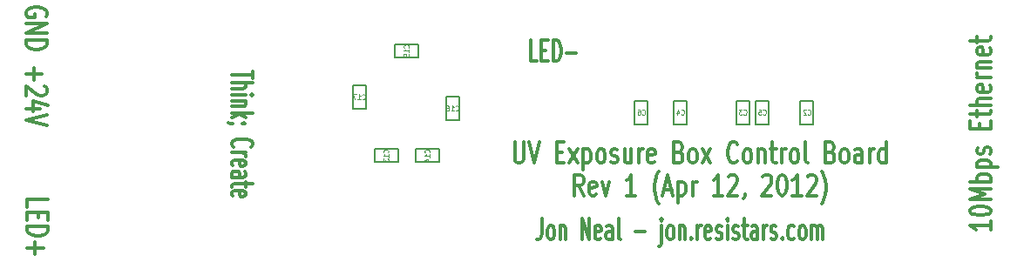
<source format=gbo>
G04 (created by PCBNEW-RS274X (2012-jan-04)-stable) date Fri 13 Apr 2012 11:09:43 PM EDT*
G01*
G70*
G90*
%MOIN*%
G04 Gerber Fmt 3.4, Leading zero omitted, Abs format*
%FSLAX34Y34*%
G04 APERTURE LIST*
%ADD10C,0.006000*%
%ADD11C,0.012000*%
%ADD12C,0.005000*%
%ADD13C,0.004500*%
G04 APERTURE END LIST*
G54D10*
G54D11*
X09876Y-13893D02*
X09876Y-13607D01*
X10676Y-13607D01*
X10295Y-14093D02*
X10295Y-14293D01*
X09876Y-14379D02*
X09876Y-14093D01*
X10676Y-14093D01*
X10676Y-14379D01*
X09876Y-14636D02*
X10676Y-14636D01*
X10676Y-14779D01*
X10638Y-14864D01*
X10562Y-14922D01*
X10486Y-14950D01*
X10333Y-14979D01*
X10219Y-14979D01*
X10067Y-14950D01*
X09990Y-14922D01*
X09914Y-14864D01*
X09876Y-14779D01*
X09876Y-14636D01*
X10181Y-15236D02*
X10181Y-15693D01*
X09876Y-15464D02*
X10486Y-15464D01*
X29379Y-08304D02*
X29141Y-08304D01*
X29141Y-07504D01*
X29546Y-07885D02*
X29713Y-07885D01*
X29784Y-08304D02*
X29546Y-08304D01*
X29546Y-07504D01*
X29784Y-07504D01*
X29998Y-08304D02*
X29998Y-07504D01*
X30117Y-07504D01*
X30189Y-07542D01*
X30236Y-07618D01*
X30260Y-07694D01*
X30284Y-07847D01*
X30284Y-07961D01*
X30260Y-08113D01*
X30236Y-08190D01*
X30189Y-08266D01*
X30117Y-08304D01*
X29998Y-08304D01*
X30498Y-07999D02*
X30879Y-07999D01*
X18496Y-08682D02*
X18496Y-08967D01*
X17696Y-08824D02*
X18496Y-08824D01*
X17696Y-09134D02*
X18496Y-09134D01*
X17696Y-09348D02*
X18115Y-09348D01*
X18191Y-09325D01*
X18230Y-09277D01*
X18230Y-09205D01*
X18191Y-09158D01*
X18153Y-09134D01*
X17696Y-09586D02*
X18230Y-09586D01*
X18496Y-09586D02*
X18458Y-09562D01*
X18420Y-09586D01*
X18458Y-09610D01*
X18496Y-09586D01*
X18420Y-09586D01*
X18230Y-09824D02*
X17696Y-09824D01*
X18153Y-09824D02*
X18191Y-09848D01*
X18230Y-09895D01*
X18230Y-09967D01*
X18191Y-10015D01*
X18115Y-10038D01*
X17696Y-10038D01*
X17696Y-10276D02*
X18496Y-10276D01*
X18001Y-10324D02*
X17696Y-10467D01*
X18230Y-10467D02*
X17925Y-10276D01*
X17734Y-10705D02*
X17696Y-10705D01*
X17620Y-10681D01*
X17582Y-10657D01*
X18191Y-10681D02*
X18153Y-10705D01*
X18115Y-10681D01*
X18153Y-10657D01*
X18191Y-10681D01*
X18115Y-10681D01*
X17772Y-11586D02*
X17734Y-11562D01*
X17696Y-11491D01*
X17696Y-11443D01*
X17734Y-11371D01*
X17810Y-11324D01*
X17887Y-11300D01*
X18039Y-11276D01*
X18153Y-11276D01*
X18306Y-11300D01*
X18382Y-11324D01*
X18458Y-11371D01*
X18496Y-11443D01*
X18496Y-11491D01*
X18458Y-11562D01*
X18420Y-11586D01*
X17696Y-11800D02*
X18230Y-11800D01*
X18077Y-11800D02*
X18153Y-11824D01*
X18191Y-11848D01*
X18230Y-11895D01*
X18230Y-11943D01*
X17734Y-12301D02*
X17696Y-12253D01*
X17696Y-12158D01*
X17734Y-12110D01*
X17810Y-12086D01*
X18115Y-12086D01*
X18191Y-12110D01*
X18230Y-12158D01*
X18230Y-12253D01*
X18191Y-12301D01*
X18115Y-12324D01*
X18039Y-12324D01*
X17963Y-12086D01*
X17696Y-12753D02*
X18115Y-12753D01*
X18191Y-12730D01*
X18230Y-12682D01*
X18230Y-12587D01*
X18191Y-12539D01*
X17734Y-12753D02*
X17696Y-12706D01*
X17696Y-12587D01*
X17734Y-12539D01*
X17810Y-12515D01*
X17887Y-12515D01*
X17963Y-12539D01*
X18001Y-12587D01*
X18001Y-12706D01*
X18039Y-12753D01*
X18230Y-12920D02*
X18230Y-13110D01*
X18496Y-12991D02*
X17810Y-12991D01*
X17734Y-13015D01*
X17696Y-13062D01*
X17696Y-13110D01*
X17734Y-13468D02*
X17696Y-13420D01*
X17696Y-13325D01*
X17734Y-13277D01*
X17810Y-13253D01*
X18115Y-13253D01*
X18191Y-13277D01*
X18230Y-13325D01*
X18230Y-13420D01*
X18191Y-13468D01*
X18115Y-13491D01*
X18039Y-13491D01*
X17963Y-13253D01*
X28520Y-11404D02*
X28520Y-12051D01*
X28548Y-12128D01*
X28577Y-12166D01*
X28634Y-12204D01*
X28748Y-12204D01*
X28806Y-12166D01*
X28834Y-12128D01*
X28863Y-12051D01*
X28863Y-11404D01*
X29063Y-11404D02*
X29263Y-12204D01*
X29463Y-11404D01*
X30120Y-11785D02*
X30320Y-11785D01*
X30406Y-12204D02*
X30120Y-12204D01*
X30120Y-11404D01*
X30406Y-11404D01*
X30606Y-12204D02*
X30920Y-11670D01*
X30606Y-11670D02*
X30920Y-12204D01*
X31149Y-11670D02*
X31149Y-12470D01*
X31149Y-11709D02*
X31206Y-11670D01*
X31320Y-11670D01*
X31377Y-11709D01*
X31406Y-11747D01*
X31435Y-11823D01*
X31435Y-12051D01*
X31406Y-12128D01*
X31377Y-12166D01*
X31320Y-12204D01*
X31206Y-12204D01*
X31149Y-12166D01*
X31778Y-12204D02*
X31720Y-12166D01*
X31692Y-12128D01*
X31663Y-12051D01*
X31663Y-11823D01*
X31692Y-11747D01*
X31720Y-11709D01*
X31778Y-11670D01*
X31863Y-11670D01*
X31920Y-11709D01*
X31949Y-11747D01*
X31978Y-11823D01*
X31978Y-12051D01*
X31949Y-12128D01*
X31920Y-12166D01*
X31863Y-12204D01*
X31778Y-12204D01*
X32206Y-12166D02*
X32263Y-12204D01*
X32378Y-12204D01*
X32435Y-12166D01*
X32463Y-12090D01*
X32463Y-12051D01*
X32435Y-11975D01*
X32378Y-11937D01*
X32292Y-11937D01*
X32235Y-11899D01*
X32206Y-11823D01*
X32206Y-11785D01*
X32235Y-11709D01*
X32292Y-11670D01*
X32378Y-11670D01*
X32435Y-11709D01*
X32978Y-11670D02*
X32978Y-12204D01*
X32721Y-11670D02*
X32721Y-12090D01*
X32749Y-12166D01*
X32807Y-12204D01*
X32892Y-12204D01*
X32949Y-12166D01*
X32978Y-12128D01*
X33264Y-12204D02*
X33264Y-11670D01*
X33264Y-11823D02*
X33292Y-11747D01*
X33321Y-11709D01*
X33378Y-11670D01*
X33435Y-11670D01*
X33863Y-12166D02*
X33806Y-12204D01*
X33692Y-12204D01*
X33635Y-12166D01*
X33606Y-12090D01*
X33606Y-11785D01*
X33635Y-11709D01*
X33692Y-11670D01*
X33806Y-11670D01*
X33863Y-11709D01*
X33892Y-11785D01*
X33892Y-11861D01*
X33606Y-11937D01*
X34806Y-11785D02*
X34892Y-11823D01*
X34920Y-11861D01*
X34949Y-11937D01*
X34949Y-12051D01*
X34920Y-12128D01*
X34892Y-12166D01*
X34834Y-12204D01*
X34606Y-12204D01*
X34606Y-11404D01*
X34806Y-11404D01*
X34863Y-11442D01*
X34892Y-11480D01*
X34920Y-11556D01*
X34920Y-11632D01*
X34892Y-11709D01*
X34863Y-11747D01*
X34806Y-11785D01*
X34606Y-11785D01*
X35292Y-12204D02*
X35234Y-12166D01*
X35206Y-12128D01*
X35177Y-12051D01*
X35177Y-11823D01*
X35206Y-11747D01*
X35234Y-11709D01*
X35292Y-11670D01*
X35377Y-11670D01*
X35434Y-11709D01*
X35463Y-11747D01*
X35492Y-11823D01*
X35492Y-12051D01*
X35463Y-12128D01*
X35434Y-12166D01*
X35377Y-12204D01*
X35292Y-12204D01*
X35692Y-12204D02*
X36006Y-11670D01*
X35692Y-11670D02*
X36006Y-12204D01*
X37035Y-12128D02*
X37006Y-12166D01*
X36920Y-12204D01*
X36863Y-12204D01*
X36778Y-12166D01*
X36720Y-12090D01*
X36692Y-12013D01*
X36663Y-11861D01*
X36663Y-11747D01*
X36692Y-11594D01*
X36720Y-11518D01*
X36778Y-11442D01*
X36863Y-11404D01*
X36920Y-11404D01*
X37006Y-11442D01*
X37035Y-11480D01*
X37378Y-12204D02*
X37320Y-12166D01*
X37292Y-12128D01*
X37263Y-12051D01*
X37263Y-11823D01*
X37292Y-11747D01*
X37320Y-11709D01*
X37378Y-11670D01*
X37463Y-11670D01*
X37520Y-11709D01*
X37549Y-11747D01*
X37578Y-11823D01*
X37578Y-12051D01*
X37549Y-12128D01*
X37520Y-12166D01*
X37463Y-12204D01*
X37378Y-12204D01*
X37835Y-11670D02*
X37835Y-12204D01*
X37835Y-11747D02*
X37863Y-11709D01*
X37921Y-11670D01*
X38006Y-11670D01*
X38063Y-11709D01*
X38092Y-11785D01*
X38092Y-12204D01*
X38292Y-11670D02*
X38521Y-11670D01*
X38378Y-11404D02*
X38378Y-12090D01*
X38406Y-12166D01*
X38464Y-12204D01*
X38521Y-12204D01*
X38721Y-12204D02*
X38721Y-11670D01*
X38721Y-11823D02*
X38749Y-11747D01*
X38778Y-11709D01*
X38835Y-11670D01*
X38892Y-11670D01*
X39178Y-12204D02*
X39120Y-12166D01*
X39092Y-12128D01*
X39063Y-12051D01*
X39063Y-11823D01*
X39092Y-11747D01*
X39120Y-11709D01*
X39178Y-11670D01*
X39263Y-11670D01*
X39320Y-11709D01*
X39349Y-11747D01*
X39378Y-11823D01*
X39378Y-12051D01*
X39349Y-12128D01*
X39320Y-12166D01*
X39263Y-12204D01*
X39178Y-12204D01*
X39721Y-12204D02*
X39663Y-12166D01*
X39635Y-12090D01*
X39635Y-11404D01*
X40606Y-11785D02*
X40692Y-11823D01*
X40720Y-11861D01*
X40749Y-11937D01*
X40749Y-12051D01*
X40720Y-12128D01*
X40692Y-12166D01*
X40634Y-12204D01*
X40406Y-12204D01*
X40406Y-11404D01*
X40606Y-11404D01*
X40663Y-11442D01*
X40692Y-11480D01*
X40720Y-11556D01*
X40720Y-11632D01*
X40692Y-11709D01*
X40663Y-11747D01*
X40606Y-11785D01*
X40406Y-11785D01*
X41092Y-12204D02*
X41034Y-12166D01*
X41006Y-12128D01*
X40977Y-12051D01*
X40977Y-11823D01*
X41006Y-11747D01*
X41034Y-11709D01*
X41092Y-11670D01*
X41177Y-11670D01*
X41234Y-11709D01*
X41263Y-11747D01*
X41292Y-11823D01*
X41292Y-12051D01*
X41263Y-12128D01*
X41234Y-12166D01*
X41177Y-12204D01*
X41092Y-12204D01*
X41806Y-12204D02*
X41806Y-11785D01*
X41777Y-11709D01*
X41720Y-11670D01*
X41606Y-11670D01*
X41549Y-11709D01*
X41806Y-12166D02*
X41749Y-12204D01*
X41606Y-12204D01*
X41549Y-12166D01*
X41520Y-12090D01*
X41520Y-12013D01*
X41549Y-11937D01*
X41606Y-11899D01*
X41749Y-11899D01*
X41806Y-11861D01*
X42092Y-12204D02*
X42092Y-11670D01*
X42092Y-11823D02*
X42120Y-11747D01*
X42149Y-11709D01*
X42206Y-11670D01*
X42263Y-11670D01*
X42720Y-12204D02*
X42720Y-11404D01*
X42720Y-12166D02*
X42663Y-12204D01*
X42549Y-12204D01*
X42491Y-12166D01*
X42463Y-12128D01*
X42434Y-12051D01*
X42434Y-11823D01*
X42463Y-11747D01*
X42491Y-11709D01*
X42549Y-11670D01*
X42663Y-11670D01*
X42720Y-11709D01*
X31151Y-13444D02*
X30951Y-13063D01*
X30808Y-13444D02*
X30808Y-12644D01*
X31036Y-12644D01*
X31094Y-12682D01*
X31122Y-12720D01*
X31151Y-12796D01*
X31151Y-12910D01*
X31122Y-12987D01*
X31094Y-13025D01*
X31036Y-13063D01*
X30808Y-13063D01*
X31636Y-13406D02*
X31579Y-13444D01*
X31465Y-13444D01*
X31408Y-13406D01*
X31379Y-13330D01*
X31379Y-13025D01*
X31408Y-12949D01*
X31465Y-12910D01*
X31579Y-12910D01*
X31636Y-12949D01*
X31665Y-13025D01*
X31665Y-13101D01*
X31379Y-13177D01*
X31865Y-12910D02*
X32008Y-13444D01*
X32150Y-12910D01*
X33150Y-13444D02*
X32807Y-13444D01*
X32979Y-13444D02*
X32979Y-12644D01*
X32922Y-12758D01*
X32864Y-12834D01*
X32807Y-12872D01*
X34035Y-13749D02*
X34007Y-13710D01*
X33950Y-13596D01*
X33921Y-13520D01*
X33892Y-13406D01*
X33864Y-13215D01*
X33864Y-13063D01*
X33892Y-12872D01*
X33921Y-12758D01*
X33950Y-12682D01*
X34007Y-12568D01*
X34035Y-12530D01*
X34235Y-13215D02*
X34521Y-13215D01*
X34178Y-13444D02*
X34378Y-12644D01*
X34578Y-13444D01*
X34778Y-12910D02*
X34778Y-13710D01*
X34778Y-12949D02*
X34835Y-12910D01*
X34949Y-12910D01*
X35006Y-12949D01*
X35035Y-12987D01*
X35064Y-13063D01*
X35064Y-13291D01*
X35035Y-13368D01*
X35006Y-13406D01*
X34949Y-13444D01*
X34835Y-13444D01*
X34778Y-13406D01*
X35321Y-13444D02*
X35321Y-12910D01*
X35321Y-13063D02*
X35349Y-12987D01*
X35378Y-12949D01*
X35435Y-12910D01*
X35492Y-12910D01*
X36463Y-13444D02*
X36120Y-13444D01*
X36292Y-13444D02*
X36292Y-12644D01*
X36235Y-12758D01*
X36177Y-12834D01*
X36120Y-12872D01*
X36691Y-12720D02*
X36720Y-12682D01*
X36777Y-12644D01*
X36920Y-12644D01*
X36977Y-12682D01*
X37006Y-12720D01*
X37034Y-12796D01*
X37034Y-12872D01*
X37006Y-12987D01*
X36663Y-13444D01*
X37034Y-13444D01*
X37319Y-13406D02*
X37319Y-13444D01*
X37291Y-13520D01*
X37262Y-13558D01*
X38005Y-12720D02*
X38034Y-12682D01*
X38091Y-12644D01*
X38234Y-12644D01*
X38291Y-12682D01*
X38320Y-12720D01*
X38348Y-12796D01*
X38348Y-12872D01*
X38320Y-12987D01*
X37977Y-13444D01*
X38348Y-13444D01*
X38719Y-12644D02*
X38776Y-12644D01*
X38833Y-12682D01*
X38862Y-12720D01*
X38891Y-12796D01*
X38919Y-12949D01*
X38919Y-13139D01*
X38891Y-13291D01*
X38862Y-13368D01*
X38833Y-13406D01*
X38776Y-13444D01*
X38719Y-13444D01*
X38662Y-13406D01*
X38633Y-13368D01*
X38605Y-13291D01*
X38576Y-13139D01*
X38576Y-12949D01*
X38605Y-12796D01*
X38633Y-12720D01*
X38662Y-12682D01*
X38719Y-12644D01*
X39490Y-13444D02*
X39147Y-13444D01*
X39319Y-13444D02*
X39319Y-12644D01*
X39262Y-12758D01*
X39204Y-12834D01*
X39147Y-12872D01*
X39718Y-12720D02*
X39747Y-12682D01*
X39804Y-12644D01*
X39947Y-12644D01*
X40004Y-12682D01*
X40033Y-12720D01*
X40061Y-12796D01*
X40061Y-12872D01*
X40033Y-12987D01*
X39690Y-13444D01*
X40061Y-13444D01*
X40261Y-13749D02*
X40289Y-13710D01*
X40346Y-13596D01*
X40375Y-13520D01*
X40404Y-13406D01*
X40432Y-13215D01*
X40432Y-13063D01*
X40404Y-12872D01*
X40375Y-12758D01*
X40346Y-12682D01*
X40289Y-12568D01*
X40261Y-12530D01*
X29562Y-14334D02*
X29562Y-14905D01*
X29538Y-15020D01*
X29490Y-15096D01*
X29419Y-15134D01*
X29371Y-15134D01*
X29871Y-15134D02*
X29824Y-15096D01*
X29800Y-15058D01*
X29776Y-14981D01*
X29776Y-14753D01*
X29800Y-14677D01*
X29824Y-14639D01*
X29871Y-14600D01*
X29943Y-14600D01*
X29991Y-14639D01*
X30014Y-14677D01*
X30038Y-14753D01*
X30038Y-14981D01*
X30014Y-15058D01*
X29991Y-15096D01*
X29943Y-15134D01*
X29871Y-15134D01*
X30252Y-14600D02*
X30252Y-15134D01*
X30252Y-14677D02*
X30276Y-14639D01*
X30323Y-14600D01*
X30395Y-14600D01*
X30443Y-14639D01*
X30466Y-14715D01*
X30466Y-15134D01*
X31085Y-15134D02*
X31085Y-14334D01*
X31371Y-15134D01*
X31371Y-14334D01*
X31800Y-15096D02*
X31752Y-15134D01*
X31657Y-15134D01*
X31609Y-15096D01*
X31585Y-15020D01*
X31585Y-14715D01*
X31609Y-14639D01*
X31657Y-14600D01*
X31752Y-14600D01*
X31800Y-14639D01*
X31823Y-14715D01*
X31823Y-14791D01*
X31585Y-14867D01*
X32252Y-15134D02*
X32252Y-14715D01*
X32229Y-14639D01*
X32181Y-14600D01*
X32086Y-14600D01*
X32038Y-14639D01*
X32252Y-15096D02*
X32205Y-15134D01*
X32086Y-15134D01*
X32038Y-15096D01*
X32014Y-15020D01*
X32014Y-14943D01*
X32038Y-14867D01*
X32086Y-14829D01*
X32205Y-14829D01*
X32252Y-14791D01*
X32561Y-15134D02*
X32514Y-15096D01*
X32490Y-15020D01*
X32490Y-14334D01*
X33133Y-14829D02*
X33514Y-14829D01*
X34133Y-14600D02*
X34133Y-15286D01*
X34109Y-15362D01*
X34062Y-15400D01*
X34038Y-15400D01*
X34133Y-14334D02*
X34109Y-14372D01*
X34133Y-14410D01*
X34157Y-14372D01*
X34133Y-14334D01*
X34133Y-14410D01*
X34442Y-15134D02*
X34395Y-15096D01*
X34371Y-15058D01*
X34347Y-14981D01*
X34347Y-14753D01*
X34371Y-14677D01*
X34395Y-14639D01*
X34442Y-14600D01*
X34514Y-14600D01*
X34562Y-14639D01*
X34585Y-14677D01*
X34609Y-14753D01*
X34609Y-14981D01*
X34585Y-15058D01*
X34562Y-15096D01*
X34514Y-15134D01*
X34442Y-15134D01*
X34823Y-14600D02*
X34823Y-15134D01*
X34823Y-14677D02*
X34847Y-14639D01*
X34894Y-14600D01*
X34966Y-14600D01*
X35014Y-14639D01*
X35037Y-14715D01*
X35037Y-15134D01*
X35275Y-15058D02*
X35299Y-15096D01*
X35275Y-15134D01*
X35251Y-15096D01*
X35275Y-15058D01*
X35275Y-15134D01*
X35513Y-15134D02*
X35513Y-14600D01*
X35513Y-14753D02*
X35537Y-14677D01*
X35561Y-14639D01*
X35608Y-14600D01*
X35656Y-14600D01*
X36014Y-15096D02*
X35966Y-15134D01*
X35871Y-15134D01*
X35823Y-15096D01*
X35799Y-15020D01*
X35799Y-14715D01*
X35823Y-14639D01*
X35871Y-14600D01*
X35966Y-14600D01*
X36014Y-14639D01*
X36037Y-14715D01*
X36037Y-14791D01*
X35799Y-14867D01*
X36228Y-15096D02*
X36276Y-15134D01*
X36371Y-15134D01*
X36419Y-15096D01*
X36443Y-15020D01*
X36443Y-14981D01*
X36419Y-14905D01*
X36371Y-14867D01*
X36300Y-14867D01*
X36252Y-14829D01*
X36228Y-14753D01*
X36228Y-14715D01*
X36252Y-14639D01*
X36300Y-14600D01*
X36371Y-14600D01*
X36419Y-14639D01*
X36657Y-15134D02*
X36657Y-14600D01*
X36657Y-14334D02*
X36633Y-14372D01*
X36657Y-14410D01*
X36681Y-14372D01*
X36657Y-14334D01*
X36657Y-14410D01*
X36871Y-15096D02*
X36919Y-15134D01*
X37014Y-15134D01*
X37062Y-15096D01*
X37086Y-15020D01*
X37086Y-14981D01*
X37062Y-14905D01*
X37014Y-14867D01*
X36943Y-14867D01*
X36895Y-14829D01*
X36871Y-14753D01*
X36871Y-14715D01*
X36895Y-14639D01*
X36943Y-14600D01*
X37014Y-14600D01*
X37062Y-14639D01*
X37229Y-14600D02*
X37419Y-14600D01*
X37300Y-14334D02*
X37300Y-15020D01*
X37324Y-15096D01*
X37371Y-15134D01*
X37419Y-15134D01*
X37800Y-15134D02*
X37800Y-14715D01*
X37777Y-14639D01*
X37729Y-14600D01*
X37634Y-14600D01*
X37586Y-14639D01*
X37800Y-15096D02*
X37753Y-15134D01*
X37634Y-15134D01*
X37586Y-15096D01*
X37562Y-15020D01*
X37562Y-14943D01*
X37586Y-14867D01*
X37634Y-14829D01*
X37753Y-14829D01*
X37800Y-14791D01*
X38038Y-15134D02*
X38038Y-14600D01*
X38038Y-14753D02*
X38062Y-14677D01*
X38086Y-14639D01*
X38133Y-14600D01*
X38181Y-14600D01*
X38324Y-15096D02*
X38372Y-15134D01*
X38467Y-15134D01*
X38515Y-15096D01*
X38539Y-15020D01*
X38539Y-14981D01*
X38515Y-14905D01*
X38467Y-14867D01*
X38396Y-14867D01*
X38348Y-14829D01*
X38324Y-14753D01*
X38324Y-14715D01*
X38348Y-14639D01*
X38396Y-14600D01*
X38467Y-14600D01*
X38515Y-14639D01*
X38753Y-15058D02*
X38777Y-15096D01*
X38753Y-15134D01*
X38729Y-15096D01*
X38753Y-15058D01*
X38753Y-15134D01*
X39205Y-15096D02*
X39158Y-15134D01*
X39062Y-15134D01*
X39015Y-15096D01*
X38991Y-15058D01*
X38967Y-14981D01*
X38967Y-14753D01*
X38991Y-14677D01*
X39015Y-14639D01*
X39062Y-14600D01*
X39158Y-14600D01*
X39205Y-14639D01*
X39491Y-15134D02*
X39444Y-15096D01*
X39420Y-15058D01*
X39396Y-14981D01*
X39396Y-14753D01*
X39420Y-14677D01*
X39444Y-14639D01*
X39491Y-14600D01*
X39563Y-14600D01*
X39611Y-14639D01*
X39634Y-14677D01*
X39658Y-14753D01*
X39658Y-14981D01*
X39634Y-15058D01*
X39611Y-15096D01*
X39563Y-15134D01*
X39491Y-15134D01*
X39872Y-15134D02*
X39872Y-14600D01*
X39872Y-14677D02*
X39896Y-14639D01*
X39943Y-14600D01*
X40015Y-14600D01*
X40063Y-14639D01*
X40086Y-14715D01*
X40086Y-15134D01*
X40086Y-14715D02*
X40110Y-14639D01*
X40158Y-14600D01*
X40229Y-14600D01*
X40277Y-14639D01*
X40301Y-14715D01*
X40301Y-15134D01*
X10588Y-06585D02*
X10626Y-06528D01*
X10626Y-06442D01*
X10588Y-06357D01*
X10512Y-06299D01*
X10436Y-06271D01*
X10283Y-06242D01*
X10169Y-06242D01*
X10017Y-06271D01*
X09940Y-06299D01*
X09864Y-06357D01*
X09826Y-06442D01*
X09826Y-06499D01*
X09864Y-06585D01*
X09902Y-06614D01*
X10169Y-06614D01*
X10169Y-06499D01*
X09826Y-06871D02*
X10626Y-06871D01*
X09826Y-07214D01*
X10626Y-07214D01*
X09826Y-07500D02*
X10626Y-07500D01*
X10626Y-07643D01*
X10588Y-07728D01*
X10512Y-07786D01*
X10436Y-07814D01*
X10283Y-07843D01*
X10169Y-07843D01*
X10017Y-07814D01*
X09940Y-07786D01*
X09864Y-07728D01*
X09826Y-07643D01*
X09826Y-07500D01*
X10131Y-08557D02*
X10131Y-09014D01*
X09826Y-08785D02*
X10436Y-08785D01*
X10550Y-09271D02*
X10588Y-09300D01*
X10626Y-09357D01*
X10626Y-09500D01*
X10588Y-09557D01*
X10550Y-09586D01*
X10474Y-09614D01*
X10398Y-09614D01*
X10283Y-09586D01*
X09826Y-09243D01*
X09826Y-09614D01*
X10360Y-10128D02*
X09826Y-10128D01*
X10664Y-09985D02*
X10093Y-09842D01*
X10093Y-10214D01*
X10626Y-10356D02*
X09826Y-10556D01*
X10626Y-10756D01*
X46734Y-14428D02*
X46734Y-14771D01*
X46734Y-14599D02*
X45934Y-14599D01*
X46048Y-14656D01*
X46124Y-14714D01*
X46162Y-14771D01*
X45934Y-14057D02*
X45934Y-14000D01*
X45972Y-13943D01*
X46010Y-13914D01*
X46086Y-13885D01*
X46239Y-13857D01*
X46429Y-13857D01*
X46581Y-13885D01*
X46658Y-13914D01*
X46696Y-13943D01*
X46734Y-14000D01*
X46734Y-14057D01*
X46696Y-14114D01*
X46658Y-14143D01*
X46581Y-14171D01*
X46429Y-14200D01*
X46239Y-14200D01*
X46086Y-14171D01*
X46010Y-14143D01*
X45972Y-14114D01*
X45934Y-14057D01*
X46734Y-13600D02*
X45934Y-13600D01*
X46505Y-13400D01*
X45934Y-13200D01*
X46734Y-13200D01*
X46734Y-12914D02*
X45934Y-12914D01*
X46239Y-12914D02*
X46200Y-12857D01*
X46200Y-12743D01*
X46239Y-12686D01*
X46277Y-12657D01*
X46353Y-12628D01*
X46581Y-12628D01*
X46658Y-12657D01*
X46696Y-12686D01*
X46734Y-12743D01*
X46734Y-12857D01*
X46696Y-12914D01*
X46200Y-12371D02*
X47000Y-12371D01*
X46239Y-12371D02*
X46200Y-12314D01*
X46200Y-12200D01*
X46239Y-12143D01*
X46277Y-12114D01*
X46353Y-12085D01*
X46581Y-12085D01*
X46658Y-12114D01*
X46696Y-12143D01*
X46734Y-12200D01*
X46734Y-12314D01*
X46696Y-12371D01*
X46696Y-11857D02*
X46734Y-11800D01*
X46734Y-11685D01*
X46696Y-11628D01*
X46620Y-11600D01*
X46581Y-11600D01*
X46505Y-11628D01*
X46467Y-11685D01*
X46467Y-11771D01*
X46429Y-11828D01*
X46353Y-11857D01*
X46315Y-11857D01*
X46239Y-11828D01*
X46200Y-11771D01*
X46200Y-11685D01*
X46239Y-11628D01*
X46315Y-10885D02*
X46315Y-10685D01*
X46734Y-10599D02*
X46734Y-10885D01*
X45934Y-10885D01*
X45934Y-10599D01*
X46200Y-10428D02*
X46200Y-10199D01*
X45934Y-10342D02*
X46620Y-10342D01*
X46696Y-10314D01*
X46734Y-10256D01*
X46734Y-10199D01*
X46734Y-09999D02*
X45934Y-09999D01*
X46734Y-09742D02*
X46315Y-09742D01*
X46239Y-09771D01*
X46200Y-09828D01*
X46200Y-09913D01*
X46239Y-09971D01*
X46277Y-09999D01*
X46696Y-09228D02*
X46734Y-09285D01*
X46734Y-09399D01*
X46696Y-09456D01*
X46620Y-09485D01*
X46315Y-09485D01*
X46239Y-09456D01*
X46200Y-09399D01*
X46200Y-09285D01*
X46239Y-09228D01*
X46315Y-09199D01*
X46391Y-09199D01*
X46467Y-09485D01*
X46734Y-08942D02*
X46200Y-08942D01*
X46353Y-08942D02*
X46277Y-08914D01*
X46239Y-08885D01*
X46200Y-08828D01*
X46200Y-08771D01*
X46200Y-08571D02*
X46734Y-08571D01*
X46277Y-08571D02*
X46239Y-08543D01*
X46200Y-08485D01*
X46200Y-08400D01*
X46239Y-08343D01*
X46315Y-08314D01*
X46734Y-08314D01*
X46696Y-07800D02*
X46734Y-07857D01*
X46734Y-07971D01*
X46696Y-08028D01*
X46620Y-08057D01*
X46315Y-08057D01*
X46239Y-08028D01*
X46200Y-07971D01*
X46200Y-07857D01*
X46239Y-07800D01*
X46315Y-07771D01*
X46391Y-07771D01*
X46467Y-08057D01*
X46200Y-07600D02*
X46200Y-07371D01*
X45934Y-07514D02*
X46620Y-07514D01*
X46696Y-07486D01*
X46734Y-07428D01*
X46734Y-07371D01*
G54D12*
X33115Y-09825D02*
X33115Y-10725D01*
X33115Y-10725D02*
X33615Y-10725D01*
X33615Y-10725D02*
X33615Y-09825D01*
X33615Y-09825D02*
X33115Y-09825D01*
X37735Y-09825D02*
X37735Y-10725D01*
X37735Y-10725D02*
X38235Y-10725D01*
X38235Y-10725D02*
X38235Y-09825D01*
X38235Y-09825D02*
X37735Y-09825D01*
X34605Y-09825D02*
X34605Y-10725D01*
X34605Y-10725D02*
X35105Y-10725D01*
X35105Y-10725D02*
X35105Y-09825D01*
X35105Y-09825D02*
X34605Y-09825D01*
X36995Y-09825D02*
X36995Y-10725D01*
X36995Y-10725D02*
X37495Y-10725D01*
X37495Y-10725D02*
X37495Y-09825D01*
X37495Y-09825D02*
X36995Y-09825D01*
X39445Y-09825D02*
X39445Y-10725D01*
X39445Y-10725D02*
X39945Y-10725D01*
X39945Y-10725D02*
X39945Y-09825D01*
X39945Y-09825D02*
X39445Y-09825D01*
X24060Y-11670D02*
X23160Y-11670D01*
X23160Y-11670D02*
X23160Y-12170D01*
X23160Y-12170D02*
X24060Y-12170D01*
X24060Y-12170D02*
X24060Y-11670D01*
X24740Y-12170D02*
X25640Y-12170D01*
X25640Y-12170D02*
X25640Y-11670D01*
X25640Y-11670D02*
X24740Y-11670D01*
X24740Y-11670D02*
X24740Y-12170D01*
X23950Y-08150D02*
X24850Y-08150D01*
X24850Y-08150D02*
X24850Y-07650D01*
X24850Y-07650D02*
X23950Y-07650D01*
X23950Y-07650D02*
X23950Y-08150D01*
X25890Y-09670D02*
X25890Y-10570D01*
X25890Y-10570D02*
X26390Y-10570D01*
X26390Y-10570D02*
X26390Y-09670D01*
X26390Y-09670D02*
X25890Y-09670D01*
X22320Y-09240D02*
X22320Y-10140D01*
X22320Y-10140D02*
X22820Y-10140D01*
X22820Y-10140D02*
X22820Y-09240D01*
X22820Y-09240D02*
X22320Y-09240D01*
G54D13*
X33394Y-10337D02*
X33403Y-10346D01*
X33429Y-10356D01*
X33446Y-10356D01*
X33471Y-10346D01*
X33489Y-10327D01*
X33497Y-10308D01*
X33506Y-10270D01*
X33506Y-10242D01*
X33497Y-10204D01*
X33489Y-10185D01*
X33471Y-10165D01*
X33446Y-10156D01*
X33429Y-10156D01*
X33403Y-10165D01*
X33394Y-10175D01*
X33240Y-10156D02*
X33274Y-10156D01*
X33291Y-10165D01*
X33300Y-10175D01*
X33317Y-10204D01*
X33326Y-10242D01*
X33326Y-10318D01*
X33317Y-10337D01*
X33309Y-10346D01*
X33291Y-10356D01*
X33257Y-10356D01*
X33240Y-10346D01*
X33231Y-10337D01*
X33223Y-10318D01*
X33223Y-10270D01*
X33231Y-10251D01*
X33240Y-10242D01*
X33257Y-10232D01*
X33291Y-10232D01*
X33309Y-10242D01*
X33317Y-10251D01*
X33326Y-10270D01*
X38014Y-10337D02*
X38023Y-10346D01*
X38049Y-10356D01*
X38066Y-10356D01*
X38091Y-10346D01*
X38109Y-10327D01*
X38117Y-10308D01*
X38126Y-10270D01*
X38126Y-10242D01*
X38117Y-10204D01*
X38109Y-10185D01*
X38091Y-10165D01*
X38066Y-10156D01*
X38049Y-10156D01*
X38023Y-10165D01*
X38014Y-10175D01*
X37851Y-10156D02*
X37937Y-10156D01*
X37946Y-10251D01*
X37937Y-10242D01*
X37920Y-10232D01*
X37877Y-10232D01*
X37860Y-10242D01*
X37851Y-10251D01*
X37843Y-10270D01*
X37843Y-10318D01*
X37851Y-10337D01*
X37860Y-10346D01*
X37877Y-10356D01*
X37920Y-10356D01*
X37937Y-10346D01*
X37946Y-10337D01*
X34884Y-10337D02*
X34893Y-10346D01*
X34919Y-10356D01*
X34936Y-10356D01*
X34961Y-10346D01*
X34979Y-10327D01*
X34987Y-10308D01*
X34996Y-10270D01*
X34996Y-10242D01*
X34987Y-10204D01*
X34979Y-10185D01*
X34961Y-10165D01*
X34936Y-10156D01*
X34919Y-10156D01*
X34893Y-10165D01*
X34884Y-10175D01*
X34730Y-10223D02*
X34730Y-10356D01*
X34773Y-10146D02*
X34816Y-10289D01*
X34704Y-10289D01*
X37274Y-10337D02*
X37283Y-10346D01*
X37309Y-10356D01*
X37326Y-10356D01*
X37351Y-10346D01*
X37369Y-10327D01*
X37377Y-10308D01*
X37386Y-10270D01*
X37386Y-10242D01*
X37377Y-10204D01*
X37369Y-10185D01*
X37351Y-10165D01*
X37326Y-10156D01*
X37309Y-10156D01*
X37283Y-10165D01*
X37274Y-10175D01*
X37214Y-10156D02*
X37103Y-10156D01*
X37163Y-10232D01*
X37137Y-10232D01*
X37120Y-10242D01*
X37111Y-10251D01*
X37103Y-10270D01*
X37103Y-10318D01*
X37111Y-10337D01*
X37120Y-10346D01*
X37137Y-10356D01*
X37189Y-10356D01*
X37206Y-10346D01*
X37214Y-10337D01*
X39724Y-10337D02*
X39733Y-10346D01*
X39759Y-10356D01*
X39776Y-10356D01*
X39801Y-10346D01*
X39819Y-10327D01*
X39827Y-10308D01*
X39836Y-10270D01*
X39836Y-10242D01*
X39827Y-10204D01*
X39819Y-10185D01*
X39801Y-10165D01*
X39776Y-10156D01*
X39759Y-10156D01*
X39733Y-10165D01*
X39724Y-10175D01*
X39656Y-10175D02*
X39647Y-10165D01*
X39630Y-10156D01*
X39587Y-10156D01*
X39570Y-10165D01*
X39561Y-10175D01*
X39553Y-10194D01*
X39553Y-10213D01*
X39561Y-10242D01*
X39664Y-10356D01*
X39553Y-10356D01*
X23672Y-11805D02*
X23681Y-11796D01*
X23691Y-11770D01*
X23691Y-11753D01*
X23681Y-11728D01*
X23662Y-11710D01*
X23643Y-11702D01*
X23605Y-11693D01*
X23577Y-11693D01*
X23539Y-11702D01*
X23520Y-11710D01*
X23500Y-11728D01*
X23491Y-11753D01*
X23491Y-11770D01*
X23500Y-11796D01*
X23510Y-11805D01*
X23691Y-11976D02*
X23691Y-11873D01*
X23691Y-11925D02*
X23491Y-11925D01*
X23520Y-11908D01*
X23539Y-11890D01*
X23548Y-11873D01*
X23491Y-12036D02*
X23491Y-12147D01*
X23567Y-12087D01*
X23567Y-12113D01*
X23577Y-12130D01*
X23586Y-12139D01*
X23605Y-12147D01*
X23653Y-12147D01*
X23672Y-12139D01*
X23681Y-12130D01*
X23691Y-12113D01*
X23691Y-12061D01*
X23681Y-12044D01*
X23672Y-12036D01*
X25252Y-11805D02*
X25261Y-11796D01*
X25271Y-11770D01*
X25271Y-11753D01*
X25261Y-11728D01*
X25242Y-11710D01*
X25223Y-11702D01*
X25185Y-11693D01*
X25157Y-11693D01*
X25119Y-11702D01*
X25100Y-11710D01*
X25080Y-11728D01*
X25071Y-11753D01*
X25071Y-11770D01*
X25080Y-11796D01*
X25090Y-11805D01*
X25271Y-11976D02*
X25271Y-11873D01*
X25271Y-11925D02*
X25071Y-11925D01*
X25100Y-11908D01*
X25119Y-11890D01*
X25128Y-11873D01*
X25138Y-12130D02*
X25271Y-12130D01*
X25061Y-12087D02*
X25204Y-12044D01*
X25204Y-12156D01*
X24462Y-07785D02*
X24471Y-07776D01*
X24481Y-07750D01*
X24481Y-07733D01*
X24471Y-07708D01*
X24452Y-07690D01*
X24433Y-07682D01*
X24395Y-07673D01*
X24367Y-07673D01*
X24329Y-07682D01*
X24310Y-07690D01*
X24290Y-07708D01*
X24281Y-07733D01*
X24281Y-07750D01*
X24290Y-07776D01*
X24300Y-07785D01*
X24481Y-07956D02*
X24481Y-07853D01*
X24481Y-07905D02*
X24281Y-07905D01*
X24310Y-07888D01*
X24329Y-07870D01*
X24338Y-07853D01*
X24281Y-08119D02*
X24281Y-08033D01*
X24376Y-08024D01*
X24367Y-08033D01*
X24357Y-08050D01*
X24357Y-08093D01*
X24367Y-08110D01*
X24376Y-08119D01*
X24395Y-08127D01*
X24443Y-08127D01*
X24462Y-08119D01*
X24471Y-08110D01*
X24481Y-08093D01*
X24481Y-08050D01*
X24471Y-08033D01*
X24462Y-08024D01*
X26255Y-10182D02*
X26264Y-10191D01*
X26290Y-10201D01*
X26307Y-10201D01*
X26332Y-10191D01*
X26350Y-10172D01*
X26358Y-10153D01*
X26367Y-10115D01*
X26367Y-10087D01*
X26358Y-10049D01*
X26350Y-10030D01*
X26332Y-10010D01*
X26307Y-10001D01*
X26290Y-10001D01*
X26264Y-10010D01*
X26255Y-10020D01*
X26084Y-10201D02*
X26187Y-10201D01*
X26135Y-10201D02*
X26135Y-10001D01*
X26152Y-10030D01*
X26170Y-10049D01*
X26187Y-10058D01*
X25930Y-10001D02*
X25964Y-10001D01*
X25981Y-10010D01*
X25990Y-10020D01*
X26007Y-10049D01*
X26016Y-10087D01*
X26016Y-10163D01*
X26007Y-10182D01*
X25999Y-10191D01*
X25981Y-10201D01*
X25947Y-10201D01*
X25930Y-10191D01*
X25921Y-10182D01*
X25913Y-10163D01*
X25913Y-10115D01*
X25921Y-10096D01*
X25930Y-10087D01*
X25947Y-10077D01*
X25981Y-10077D01*
X25999Y-10087D01*
X26007Y-10096D01*
X26016Y-10115D01*
X22685Y-09752D02*
X22694Y-09761D01*
X22720Y-09771D01*
X22737Y-09771D01*
X22762Y-09761D01*
X22780Y-09742D01*
X22788Y-09723D01*
X22797Y-09685D01*
X22797Y-09657D01*
X22788Y-09619D01*
X22780Y-09600D01*
X22762Y-09580D01*
X22737Y-09571D01*
X22720Y-09571D01*
X22694Y-09580D01*
X22685Y-09590D01*
X22514Y-09771D02*
X22617Y-09771D01*
X22565Y-09771D02*
X22565Y-09571D01*
X22582Y-09600D01*
X22600Y-09619D01*
X22617Y-09628D01*
X22454Y-09571D02*
X22334Y-09571D01*
X22411Y-09771D01*
M02*

</source>
